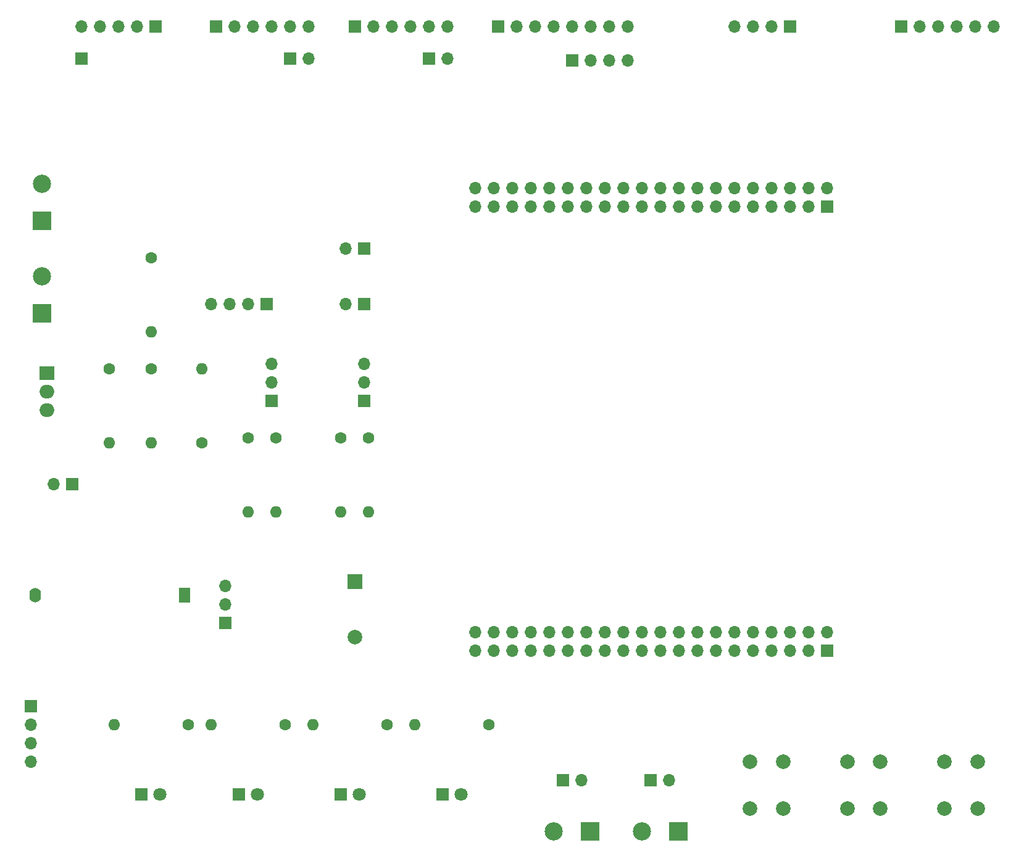
<source format=gbs>
%TF.GenerationSoftware,KiCad,Pcbnew,8.0.2*%
%TF.CreationDate,2024-05-12T20:24:49-06:00*%
%TF.ProjectId,devBoard,64657642-6f61-4726-942e-6b696361645f,rev?*%
%TF.SameCoordinates,Original*%
%TF.FileFunction,Soldermask,Bot*%
%TF.FilePolarity,Negative*%
%FSLAX46Y46*%
G04 Gerber Fmt 4.6, Leading zero omitted, Abs format (unit mm)*
G04 Created by KiCad (PCBNEW 8.0.2) date 2024-05-12 20:24:49*
%MOMM*%
%LPD*%
G01*
G04 APERTURE LIST*
%ADD10R,1.700000X1.700000*%
%ADD11O,1.700000X1.700000*%
%ADD12R,2.000000X1.905000*%
%ADD13O,2.000000X1.905000*%
%ADD14C,2.000000*%
%ADD15C,1.600000*%
%ADD16O,1.600000X1.600000*%
%ADD17R,2.500000X2.500000*%
%ADD18C,2.500000*%
%ADD19C,1.800000*%
%ADD20R,1.800000X1.800000*%
%ADD21R,2.000000X2.000000*%
%ADD22O,1.600000X2.000000*%
%ADD23R,1.600000X2.000000*%
G04 APERTURE END LIST*
D10*
%TO.C,J26*%
X114617500Y-65405000D03*
D11*
X112077500Y-65405000D03*
%TD*%
D10*
%TO.C,J25*%
X68897500Y-128270000D03*
D11*
X68897500Y-130810000D03*
X68897500Y-133350000D03*
X68897500Y-135890000D03*
%TD*%
D10*
%TO.C,J20*%
X188277500Y-34925000D03*
D11*
X190817500Y-34925000D03*
X193357500Y-34925000D03*
X195897500Y-34925000D03*
X198437500Y-34925000D03*
X200977500Y-34925000D03*
%TD*%
D10*
%TO.C,J19*%
X101282500Y-73025000D03*
D11*
X98742500Y-73025000D03*
X96202500Y-73025000D03*
X93662500Y-73025000D03*
%TD*%
D10*
%TO.C,J18*%
X173047500Y-34925000D03*
D11*
X170507500Y-34925000D03*
X167967500Y-34925000D03*
X165427500Y-34925000D03*
%TD*%
D10*
%TO.C,J16*%
X133032500Y-34925000D03*
D11*
X135572500Y-34925000D03*
X138112500Y-34925000D03*
X140652500Y-34925000D03*
X143192500Y-34925000D03*
X145732500Y-34925000D03*
X148272500Y-34925000D03*
X150812500Y-34925000D03*
%TD*%
D10*
%TO.C,J14*%
X113347500Y-34925000D03*
D11*
X115887500Y-34925000D03*
X118427500Y-34925000D03*
X120967500Y-34925000D03*
X123507500Y-34925000D03*
X126047500Y-34925000D03*
%TD*%
D10*
%TO.C,J17*%
X86042500Y-34925000D03*
D11*
X83502500Y-34925000D03*
X80962500Y-34925000D03*
X78422500Y-34925000D03*
X75882500Y-34925000D03*
%TD*%
D10*
%TO.C,J15*%
X94297500Y-34925000D03*
D11*
X96837500Y-34925000D03*
X99377500Y-34925000D03*
X101917500Y-34925000D03*
X104457500Y-34925000D03*
X106997500Y-34925000D03*
%TD*%
D10*
%TO.C,J2*%
X178117500Y-120650000D03*
D11*
X178117500Y-118110000D03*
X175577500Y-120650000D03*
X175577500Y-118110000D03*
X173037500Y-120650000D03*
X173037500Y-118110000D03*
X170497500Y-120650000D03*
X170497500Y-118110000D03*
X167957500Y-120650000D03*
X167957500Y-118110000D03*
X165417500Y-120650000D03*
X165417500Y-118110000D03*
X162877500Y-120650000D03*
X162877500Y-118110000D03*
X160337500Y-120650000D03*
X160337500Y-118110000D03*
X157797500Y-120650000D03*
X157797500Y-118110000D03*
X155257500Y-120650000D03*
X155257500Y-118110000D03*
X152717500Y-120650000D03*
X152717500Y-118110000D03*
X150177500Y-120650000D03*
X150177500Y-118110000D03*
X147637500Y-120650000D03*
X147637500Y-118110000D03*
X145097500Y-120650000D03*
X145097500Y-118110000D03*
X142557500Y-120650000D03*
X142557500Y-118110000D03*
X140017500Y-120650000D03*
X140017500Y-118110000D03*
X137477500Y-120650000D03*
X137477500Y-118110000D03*
X134937500Y-120650000D03*
X134937500Y-118110000D03*
X132397500Y-120650000D03*
X132397500Y-118110000D03*
X129857500Y-120650000D03*
X129857500Y-118110000D03*
%TD*%
D10*
%TO.C,J1*%
X178117500Y-59690000D03*
D11*
X178117500Y-57150000D03*
X175577500Y-59690000D03*
X175577500Y-57150000D03*
X173037500Y-59690000D03*
X173037500Y-57150000D03*
X170497500Y-59690000D03*
X170497500Y-57150000D03*
X167957500Y-59690000D03*
X167957500Y-57150000D03*
X165417500Y-59690000D03*
X165417500Y-57150000D03*
X162877500Y-59690000D03*
X162877500Y-57150000D03*
X160337500Y-59690000D03*
X160337500Y-57150000D03*
X157797500Y-59690000D03*
X157797500Y-57150000D03*
X155257500Y-59690000D03*
X155257500Y-57150000D03*
X152717500Y-59690000D03*
X152717500Y-57150000D03*
X150177500Y-59690000D03*
X150177500Y-57150000D03*
X147637500Y-59690000D03*
X147637500Y-57150000D03*
X145097500Y-59690000D03*
X145097500Y-57150000D03*
X142557500Y-59690000D03*
X142557500Y-57150000D03*
X140017500Y-59690000D03*
X140017500Y-57150000D03*
X137477500Y-59690000D03*
X137477500Y-57150000D03*
X134937500Y-59690000D03*
X134937500Y-57150000D03*
X132397500Y-59690000D03*
X132397500Y-57150000D03*
X129857500Y-59690000D03*
X129857500Y-57150000D03*
%TD*%
D10*
%TO.C,J24*%
X75882500Y-39370000D03*
%TD*%
%TO.C,J23*%
X143177500Y-39580000D03*
D11*
X145717500Y-39580000D03*
X148257500Y-39580000D03*
X150797500Y-39580000D03*
%TD*%
D10*
%TO.C,J22*%
X123507500Y-39370000D03*
D11*
X126047500Y-39370000D03*
%TD*%
D10*
%TO.C,J21*%
X104457500Y-39370000D03*
D11*
X106997500Y-39370000D03*
%TD*%
D12*
%TO.C,U1*%
X71132500Y-82550000D03*
D13*
X71132500Y-85090000D03*
X71132500Y-87630000D03*
%TD*%
D14*
%TO.C,SW3*%
X198782500Y-135815000D03*
X198782500Y-142315000D03*
X194282500Y-135815000D03*
X194282500Y-142315000D03*
%TD*%
%TO.C,SW2*%
X185447500Y-135815000D03*
X185447500Y-142315000D03*
X180947500Y-135815000D03*
X180947500Y-142315000D03*
%TD*%
%TO.C,SW1*%
X172112500Y-135815000D03*
X172112500Y-142315000D03*
X167612500Y-135815000D03*
X167612500Y-142315000D03*
%TD*%
D15*
%TO.C,R12*%
X98742500Y-91440000D03*
D16*
X98742500Y-101600000D03*
%TD*%
D15*
%TO.C,R11*%
X102552500Y-91440000D03*
D16*
X102552500Y-101600000D03*
%TD*%
D15*
%TO.C,R10*%
X111442500Y-91440000D03*
D16*
X111442500Y-101600000D03*
%TD*%
%TO.C,R9*%
X115252500Y-101600000D03*
D15*
X115252500Y-91440000D03*
%TD*%
%TO.C,R8*%
X79697500Y-81915000D03*
D16*
X79697500Y-92075000D03*
%TD*%
D15*
%TO.C,R7*%
X85412500Y-81915000D03*
D16*
X85412500Y-92075000D03*
%TD*%
D15*
%TO.C,R6*%
X131762500Y-130810000D03*
D16*
X121602500Y-130810000D03*
%TD*%
D15*
%TO.C,R5*%
X92397500Y-92075000D03*
D16*
X92397500Y-81915000D03*
%TD*%
D15*
%TO.C,R4*%
X85407500Y-66675000D03*
D16*
X85407500Y-76835000D03*
%TD*%
D15*
%TO.C,R3*%
X90487500Y-130810000D03*
D16*
X80327500Y-130810000D03*
%TD*%
D15*
%TO.C,R2*%
X117792500Y-130810000D03*
D16*
X107632500Y-130810000D03*
%TD*%
D15*
%TO.C,R1*%
X103822500Y-130810000D03*
D16*
X93662500Y-130810000D03*
%TD*%
D11*
%TO.C,J13*%
X95567500Y-111745000D03*
X95567500Y-114285000D03*
D10*
X95567500Y-116825000D03*
%TD*%
%TO.C,J12*%
X101917500Y-86360000D03*
D11*
X101917500Y-83820000D03*
X101917500Y-81280000D03*
%TD*%
D10*
%TO.C,J11*%
X114617500Y-86360000D03*
D11*
X114617500Y-83820000D03*
X114617500Y-81280000D03*
%TD*%
D10*
%TO.C,J10*%
X114622500Y-73025000D03*
D11*
X112082500Y-73025000D03*
%TD*%
D10*
%TO.C,J9*%
X141877500Y-138430000D03*
D11*
X144417500Y-138430000D03*
%TD*%
D17*
%TO.C,J8*%
X145652500Y-145415000D03*
D18*
X140652500Y-145415000D03*
%TD*%
D10*
%TO.C,J7*%
X153947500Y-138430000D03*
D11*
X156487500Y-138430000D03*
%TD*%
D17*
%TO.C,J6*%
X157717500Y-145415000D03*
D18*
X152717500Y-145415000D03*
%TD*%
%TO.C,J5*%
X70467500Y-56555000D03*
D17*
X70467500Y-61555000D03*
%TD*%
D10*
%TO.C,J4*%
X74617500Y-97790000D03*
D11*
X72077500Y-97790000D03*
%TD*%
D18*
%TO.C,J3*%
X70467500Y-69255000D03*
D17*
X70467500Y-74255000D03*
%TD*%
D19*
%TO.C,D4*%
X127947500Y-140335000D03*
D20*
X125407500Y-140335000D03*
%TD*%
%TO.C,D3*%
X111437500Y-140335000D03*
D19*
X113977500Y-140335000D03*
%TD*%
D20*
%TO.C,D2*%
X97467500Y-140335000D03*
D19*
X100007500Y-140335000D03*
%TD*%
%TO.C,D1*%
X86672500Y-140335000D03*
D20*
X84132500Y-140335000D03*
%TD*%
D14*
%TO.C,BZ1*%
X113347500Y-118735000D03*
D21*
X113347500Y-111135000D03*
%TD*%
D22*
%TO.C,BT1*%
X69487500Y-113030122D03*
D23*
X89987500Y-113030122D03*
%TD*%
M02*

</source>
